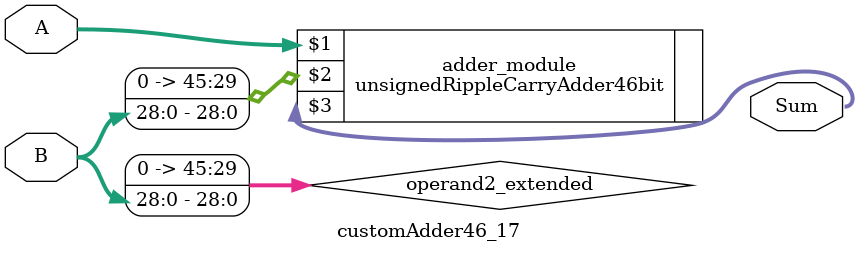
<source format=v>
module customAdder46_17(
                        input [45 : 0] A,
                        input [28 : 0] B,
                        
                        output [46 : 0] Sum
                );

        wire [45 : 0] operand2_extended;
        
        assign operand2_extended =  {17'b0, B};
        
        unsignedRippleCarryAdder46bit adder_module(
            A,
            operand2_extended,
            Sum
        );
        
        endmodule
        
</source>
